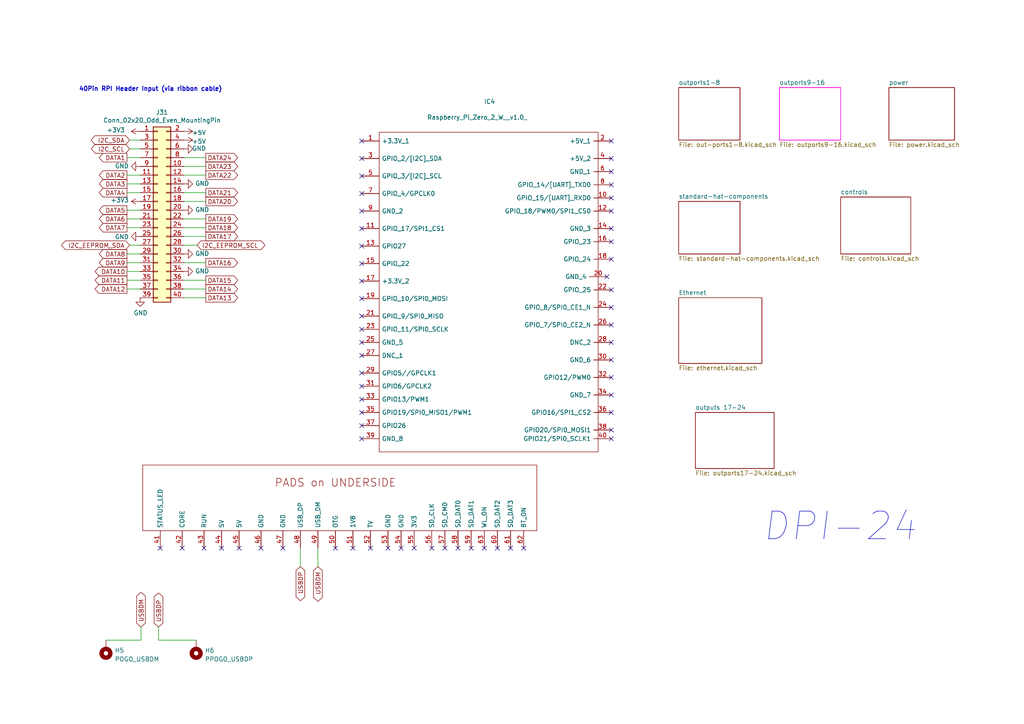
<source format=kicad_sch>
(kicad_sch (version 20211123) (generator eeschema)
  (paper "A4")
  (title_block (title "The Owl - RPI Cape 16ch Pixel Controller") (date "2022-04-04") (company "OnlineDynamic"))
  (lib_symbols
    (symbol "Connector_Generic:Conn_02x20_Odd_Even" (pin_names (offset 1.016) hide)
      (property "Reference" "J" (at 1.27 25.4 0))
      (property "Value" "Conn_02x20_Odd_Even" (at 1.27 -27.94 0))
      (symbol "Conn_02x20_Odd_Even_1_1"
        (rectangle (start -1.27 -25.273) (end 0 -25.527) (stroke (width 0.1524)))
        (rectangle (start -1.27 -22.733) (end 0 -22.987) (stroke (width 0.1524)))
        (rectangle (start -1.27 -20.193) (end 0 -20.447) (stroke (width 0.1524)))
        (rectangle (start -1.27 -17.653) (end 0 -17.907) (stroke (width 0.1524)))
        (rectangle (start -1.27 -15.113) (end 0 -15.367) (stroke (width 0.1524)))
        (rectangle (start -1.27 -12.573) (end 0 -12.827) (stroke (width 0.1524)))
        (rectangle (start -1.27 -10.033) (end 0 -10.287) (stroke (width 0.1524)))
        (rectangle (start -1.27 -7.493) (end 0 -7.747) (stroke (width 0.1524)))
        (rectangle (start -1.27 -4.953) (end 0 -5.207) (stroke (width 0.1524)))
        (rectangle (start -1.27 -2.413) (end 0 -2.667) (stroke (width 0.1524)))
        (rectangle (start -1.27 0.127) (end 0 -0.127) (stroke (width 0.1524)))
        (rectangle (start -1.27 2.667) (end 0 2.413) (stroke (width 0.1524)))
        (rectangle (start -1.27 5.207) (end 0 4.953) (stroke (width 0.1524)))
        (rectangle (start -1.27 7.747) (end 0 7.493) (stroke (width 0.1524)))
        (rectangle (start -1.27 10.287) (end 0 10.033) (stroke (width 0.1524)))
        (rectangle (start -1.27 12.827) (end 0 12.573) (stroke (width 0.1524)))
        (rectangle (start -1.27 15.367) (end 0 15.113) (stroke (width 0.1524)))
        (rectangle (start -1.27 17.907) (end 0 17.653) (stroke (width 0.1524)))
        (rectangle (start -1.27 20.447) (end 0 20.193) (stroke (width 0.1524)))
        (rectangle (start -1.27 22.987) (end 0 22.733) (stroke (width 0.1524)))
        (rectangle (start -1.27 24.13) (end 3.81 -26.67) (stroke (width 0.254)) (fill (type background)))
        (rectangle (start 3.81 -25.273) (end 2.54 -25.527) (stroke (width 0.1524)))
        (rectangle (start 3.81 -22.733) (end 2.54 -22.987) (stroke (width 0.1524)))
        (rectangle (start 3.81 -20.193) (end 2.54 -20.447) (stroke (width 0.1524)))
        (rectangle (start 3.81 -17.653) (end 2.54 -17.907) (stroke (width 0.1524)))
        (rectangle (start 3.81 -15.113) (end 2.54 -15.367) (stroke (width 0.1524)))
        (rectangle (start 3.81 -12.573) (end 2.54 -12.827) (stroke (width 0.1524)))
        (rectangle (start 3.81 -10.033) (end 2.54 -10.287) (stroke (width 0.1524)))
        (rectangle (start 3.81 -7.493) (end 2.54 -7.747) (stroke (width 0.1524)))
        (rectangle (start 3.81 -4.953) (end 2.54 -5.207) (stroke (width 0.1524)))
        (rectangle (start 3.81 -2.413) (end 2.54 -2.667) (stroke (width 0.1524)))
        (rectangle (start 3.81 0.127) (end 2.54 -0.127) (stroke (width 0.1524)))
        (rectangle (start 3.81 2.667) (end 2.54 2.413) (stroke (width 0.1524)))
        (rectangle (start 3.81 5.207) (end 2.54 4.953) (stroke (width 0.1524)))
        (rectangle (start 3.81 7.747) (end 2.54 7.493) (stroke (width 0.1524)))
        (rectangle (start 3.81 10.287) (end 2.54 10.033) (stroke (width 0.1524)))
        (rectangle (start 3.81 12.827) (end 2.54 12.573) (stroke (width 0.1524)))
        (rectangle (start 3.81 15.367) (end 2.54 15.113) (stroke (width 0.1524)))
        (rectangle (start 3.81 17.907) (end 2.54 17.653) (stroke (width 0.1524)))
        (rectangle (start 3.81 20.447) (end 2.54 20.193) (stroke (width 0.1524)))
        (rectangle (start 3.81 22.987) (end 2.54 22.733) (stroke (width 0.1524)))
        (pin passive line (at -5.08 22.86 0) (length 3.81) (name "Pin_1") (number "1"))
        (pin passive line (at 7.62 12.7 180) (length 3.81) (name "Pin_10") (number "10"))
        (pin passive line (at -5.08 10.16 0) (length 3.81) (name "Pin_11") (number "11"))
        (pin passive line (at 7.62 10.16 180) (length 3.81) (name "Pin_12") (number "12"))
        (pin passive line (at -5.08 7.62 0) (length 3.81) (name "Pin_13") (number "13"))
        (pin passive line (at 7.62 7.62 180) (length 3.81) (name "Pin_14") (number "14"))
        (pin passive line (at -5.08 5.08 0) (length 3.81) (name "Pin_15") (number "15"))
        (pin passive line (at 7.62 5.08 180) (length 3.81) (name "Pin_16") (number "16"))
        (pin passive line (at -5.08 2.54 0) (length 3.81) (name "Pin_17") (number "17"))
        (pin passive line (at 7.62 2.54 180) (length 3.81) (name "Pin_18") (number "18"))
        (pin passive line (at -5.08 0 0) (length 3.81) (name "Pin_19") (number "19"))
        (pin passive line (at 7.62 22.86 180) (length 3.81) (name "Pin_2") (number "2"))
        (pin passive line (at 7.62 0 180) (length 3.81) (name "Pin_20") (number "20"))
        (pin passive line (at -5.08 -2.54 0) (length 3.81) (name "Pin_21") (number "21"))
        (pin passive line (at 7.62 -2.54 180) (length 3.81) (name "Pin_22") (number "22"))
        (pin passive line (at -5.08 -5.08 0) (length 3.81) (name "Pin_23") (number "23"))
        (pin passive line (at 7.62 -5.08 180) (length 3.81) (name "Pin_24") (number "24"))
        (pin passive line (at -5.08 -7.62 0) (length 3.81) (name "Pin_25") (number "25"))
        (pin passive line (at 7.62 -7.62 180) (length 3.81) (name "Pin_26") (number "26"))
        (pin passive line (at -5.08 -10.16 0) (length 3.81) (name "Pin_27") (number "27"))
        (pin passive line (at 7.62 -10.16 180) (length 3.81) (name "Pin_28") (number "28"))
        (pin passive line (at -5.08 -12.7 0) (length 3.81) (name "Pin_29") (number "29"))
        (pin passive line (at -5.08 20.32 0) (length 3.81) (name "Pin_3") (number "3"))
        (pin passive line (at 7.62 -12.7 180) (length 3.81) (name "Pin_30") (number "30"))
        (pin passive line (at -5.08 -15.24 0) (length 3.81) (name "Pin_31") (number "31"))
        (pin passive line (at 7.62 -15.24 180) (length 3.81) (name "Pin_32") (number "32"))
        (pin passive line (at -5.08 -17.78 0) (length 3.81) (name "Pin_33") (number "33"))
        (pin passive line (at 7.62 -17.78 180) (length 3.81) (name "Pin_34") (number "34"))
        (pin passive line (at -5.08 -20.32 0) (length 3.81) (name "Pin_35") (number "35"))
        (pin passive line (at 7.62 -20.32 180) (length 3.81) (name "Pin_36") (number "36"))
        (pin passive line (at -5.08 -22.86 0) (length 3.81) (name "Pin_37") (number "37"))
        (pin passive line (at 7.62 -22.86 180) (length 3.81) (name "Pin_38") (number "38"))
        (pin passive line (at -5.08 -25.4 0) (length 3.81) (name "Pin_39") (number "39"))
        (pin passive line (at 7.62 20.32 180) (length 3.81) (name "Pin_4") (number "4"))
        (pin passive line (at 7.62 -25.4 180) (length 3.81) (name "Pin_40") (number "40"))
        (pin passive line (at -5.08 17.78 0) (length 3.81) (name "Pin_5") (number "5"))
        (pin passive line (at 7.62 17.78 180) (length 3.81) (name "Pin_6") (number "6"))
        (pin passive line (at -5.08 15.24 0) (length 3.81) (name "Pin_7") (number "7"))
        (pin passive line (at 7.62 15.24 180) (length 3.81) (name "Pin_8") (number "8"))
        (pin passive line (at -5.08 12.7 0) (length 3.81) (name "Pin_9") (number "9"))
      )
    )
    (symbol "Mechanical:MountingHole_Pad" (pin_numbers hide) (pin_names (offset 1.016) hide)
      (property "Reference" "H" (at 0 6.35 0))
      (property "Value" "MountingHole_Pad" (at 0 4.445 0))
      (symbol "MountingHole_Pad_0_1"
        (circle (center 0 1.27) (radius 1.27) (stroke (width 1.27)))
      )
      (symbol "MountingHole_Pad_1_1"
        (pin input line (at 0 -2.54 90) (length 2.54) (name "1") (number "1"))
      )
    )
    (symbol "Stuarts_BESPOKE:Raspberry_Pi_Zero_2_W__v1.0_" (pin_names (offset 0.762))
      (property "Reference" "IC" (at 22.86 7.62 0))
      (property "Value" "Raspberry_Pi_Zero_2_W__v1.0_" (at 22.86 5.08 0))
      (symbol "Raspberry_Pi_Zero_2_W__v1.0__0_0"
        (text "PADS on UNDERSIDE" (at -7.62 -99.06 0) (effects (font (size 2.27 2.27))))
        (pin passive line (at 0 0 0) (length 5.08) (name "+3.3V_1") (number "1"))
        (pin passive line (at 72.39 -16.51 180) (length 5.08) (name "GPIO_15/[UART]_RXD0") (number "10"))
        (pin passive line (at 0 -25.4 0) (length 5.08) (name "GPIO_17/SPI1_CS1") (number "11"))
        (pin passive line (at 72.39 -20.32 180) (length 5.08) (name "GPIO_18/PWM0/SPI1_CS0") (number "12"))
        (pin passive line (at 0 -30.48 0) (length 5.08) (name "GPIO27") (number "13"))
        (pin passive line (at 72.39 -25.4 180) (length 5.08) (name "GND_3") (number "14"))
        (pin passive line (at 0 -35.56 0) (length 5.08) (name "GPIO_22") (number "15"))
        (pin passive line (at 72.39 -29.21 180) (length 5.08) (name "GPIO_23") (number "16"))
        (pin passive line (at 0 -40.64 0) (length 5.08) (name "+3.3V_2") (number "17"))
        (pin passive line (at 72.39 -34.29 180) (length 5.08) (name "GPIO_24") (number "18"))
        (pin passive line (at 0 -45.72 0) (length 5.08) (name "GPIO_10/SPI0_MOSI") (number "19"))
        (pin passive line (at 72.39 0 180) (length 5.08) (name "+5V_1") (number "2"))
        (pin passive line (at 71.12 -39.37 180) (length 5.08) (name "GND_4") (number "20"))
        (pin passive line (at 0 -50.8 0) (length 5.08) (name "GPIO_9/SPI0_MISO") (number "21"))
        (pin passive line (at 72.39 -43.18 180) (length 5.08) (name "GPIO_25") (number "22"))
        (pin passive line (at 0 -54.61 0) (length 5.08) (name "GPIO_11/SPI0_SCLK") (number "23"))
        (pin passive line (at 72.39 -48.26 180) (length 5.08) (name "GPIO_8/SPI0_CE1_N") (number "24"))
        (pin passive line (at 0 -58.42 0) (length 5.08) (name "GND_5") (number "25"))
        (pin passive line (at 72.39 -53.34 180) (length 5.08) (name "GPIO_7/SPI0_CE2_N") (number "26"))
        (pin passive line (at 0 -62.23 0) (length 5.08) (name "DNC_1") (number "27"))
        (pin passive line (at 72.39 -58.42 180) (length 5.08) (name "DNC_2") (number "28"))
        (pin passive line (at 0 -67.31 0) (length 5.08) (name "GPIO5//GPCLK1") (number "29"))
        (pin passive line (at 0 -5.08 0) (length 5.08) (name "GPIO_2/[I2C]_SDA") (number "3"))
        (pin passive line (at 72.39 -63.5 180) (length 5.08) (name "GND_6") (number "30"))
        (pin passive line (at 0 -71.12 0) (length 5.08) (name "GPIO6/GPCLK2") (number "31"))
        (pin passive line (at 72.39 -68.58 180) (length 5.08) (name "GPIO12/PWM0") (number "32"))
        (pin passive line (at 0 -74.93 0) (length 5.08) (name "GPIO13/PWM1") (number "33"))
        (pin passive line (at 72.39 -73.66 180) (length 5.08) (name "GND_7") (number "34"))
        (pin passive line (at 0 -78.74 0) (length 5.08) (name "GPIO19/SPI0_MISO1/PWM1") (number "35"))
        (pin passive line (at 72.39 -78.74 180) (length 5.08) (name "GPIO16/SPI1_CS2") (number "36"))
        (pin passive line (at 0 -82.55 0) (length 5.08) (name "GPIO26") (number "37"))
        (pin passive line (at 72.39 -83.82 180) (length 5.08) (name "GPIO20/SPI0_MOSI1") (number "38"))
        (pin passive line (at 0 -86.36 0) (length 5.08) (name "GND_8") (number "39"))
        (pin passive line (at 72.39 -5.08 180) (length 5.08) (name "+5V_2") (number "4"))
        (pin passive line (at 72.39 -86.36 180) (length 5.08) (name "GPIO21/SPI0_SCLK1") (number "40"))
        (pin passive line (at -58.42 -118.11 90) (length 5.08) (name "STATUS_LED") (number "41"))
        (pin passive line (at -52.07 -118.11 90) (length 5.08) (name "CORE") (number "42"))
        (pin passive line (at -45.72 -118.11 90) (length 5.08) (name "RUN") (number "43"))
        (pin power_in line (at -40.64 -118.11 90) (length 5.08) (name "5V") (number "44"))
        (pin power_in line (at -35.56 -118.11 90) (length 5.08) (name "5V") (number "45"))
        (pin passive line (at -29.21 -118.11 90) (length 5.08) (name "GND") (number "46"))
        (pin passive line (at -22.86 -118.11 90) (length 5.08) (name "GND") (number "47"))
        (pin passive line (at -17.78 -118.11 90) (length 5.08) (name "USB_DP") (number "48"))
        (pin passive line (at -12.7 -118.11 90) (length 5.08) (name "USB_DM") (number "49"))
        (pin passive line (at 0 -10.16 0) (length 5.08) (name "GPIO_3/[I2C]_SCL") (number "5"))
        (pin passive line (at -7.62 -118.11 90) (length 5.08) (name "OTG") (number "50"))
        (pin power_out line (at -2.54 -118.11 90) (length 5.08) (name "1V8") (number "51"))
        (pin passive line (at 2.54 -118.11 90) (length 5.08) (name "TV") (number "52"))
        (pin passive line (at 7.62 -118.11 90) (length 5.08) (name "GND") (number "53"))
        (pin passive line (at 11.43 -118.11 90) (length 5.08) (name "GND") (number "54"))
        (pin power_out line (at 15.24 -118.11 90) (length 5.08) (name "3V3") (number "55"))
        (pin passive line (at 20.32 -118.11 90) (length 5.08) (name "SD_CLK") (number "56"))
        (pin passive line (at 24.13 -118.11 90) (length 5.08) (name "SD_CMD") (number "57"))
        (pin passive line (at 27.94 -118.11 90) (length 5.08) (name "SD_DAT0") (number "58"))
        (pin passive line (at 31.75 -118.11 90) (length 5.08) (name "SD_DAT1") (number "59"))
        (pin passive line (at 72.39 -8.89 180) (length 5.08) (name "GND_1") (number "6"))
        (pin passive line (at 39.37 -118.11 90) (length 5.08) (name "SD_DAT2") (number "60"))
        (pin passive line (at 43.18 -118.11 90) (length 5.08) (name "SD_DAT3") (number "61"))
        (pin passive line (at 46.99 -118.11 90) (length 5.08) (name "BT_ON") (number "62"))
        (pin passive line (at 35.56 -118.11 90) (length 5.08) (name "WL_ON") (number "63"))
        (pin passive line (at 0 -15.24 0) (length 5.08) (name "GPIO_4/GPCLK0") (number "7"))
        (pin passive line (at 72.39 -12.7 180) (length 5.08) (name "GPIO_14/[UART]_TXD0") (number "8"))
        (pin passive line (at 0 -20.32 0) (length 5.08) (name "GND_2") (number "9"))
      )
      (symbol "Raspberry_Pi_Zero_2_W__v1.0__0_1"
        (rectangle (start -63.5 -93.98) (end 50.8 -113.03) (stroke (width 0.1524)))
        (polyline (pts (xy 5.08 2.54) (xy 68.58 2.54) (xy 68.58 -90.17) (xy 5.08 -90.17) (xy 5.08 2.54)) (stroke (width 0.1524)))
      )
    )
    (symbol "power:+3.3V" (power) (pin_names (offset 0))
      (property "Value" "+3.3V" (at 0 3.556 0))
      (symbol "+3.3V_0_1"
        (polyline (pts (xy -0.762 1.27) (xy 0 2.54)))
        (polyline (pts (xy 0 0) (xy 0 2.54)))
        (polyline (pts (xy 0 2.54) (xy 0.762 1.27)))
      )
      (symbol "+3.3V_1_1"
        (pin power_in line (at 0 0 90) (length 0) hide (name "+3V3") (number "1"))
      )
    )
    (symbol "power:+3V3" (power) (pin_names (offset 0))
      (property "Value" "+3V3" (at 0 3.556 0))
      (symbol "+3V3_0_1"
        (polyline (pts (xy -0.762 1.27) (xy 0 2.54)))
        (polyline (pts (xy 0 0) (xy 0 2.54)))
        (polyline (pts (xy 0 2.54) (xy 0.762 1.27)))
      )
      (symbol "+3V3_1_1"
        (pin power_in line (at 0 0 90) (length 0) hide (name "+3V3") (number "1"))
      )
    )
    (symbol "power:+5V" (power) (pin_names (offset 0))
      (property "Value" "+5V" (at 0 3.556 0))
      (symbol "+5V_0_1"
        (polyline (pts (xy -0.762 1.27) (xy 0 2.54)))
        (polyline (pts (xy 0 0) (xy 0 2.54)))
        (polyline (pts (xy 0 2.54) (xy 0.762 1.27)))
      )
      (symbol "+5V_1_1"
        (pin power_in line (at 0 0 90) (length 0) hide (name "+5V") (number "1"))
      )
    )
    (symbol "power:GND" (power) (pin_names (offset 0))
      (property "Value" "GND" (at 0 -3.81 0))
      (symbol "GND_0_1"
        (polyline (pts (xy 0 0) (xy 0 -1.27) (xy 1.27 -1.27) (xy 0 -2.54) (xy -1.27 -1.27) (xy 0 -1.27)))
      )
      (symbol "GND_1_1"
        (pin power_in line (at 0 0 270) (length 0) hide (name "GND") (number "1"))
      )
    )
  )
  (no_connect (at 136.652 159.004))
  (no_connect (at 132.842 159.004))
  (no_connect (at 129.032 159.004))
  (no_connect (at 125.222 159.004))
  (no_connect (at 112.522 159.004))
  (no_connect (at 120.142 159.004))
  (no_connect (at 107.442 159.004))
  (no_connect (at 116.332 159.004))
  (no_connect (at 102.362 159.004))
  (no_connect (at 97.282 159.004))
  (no_connect (at 177.292 75.184))
  (no_connect (at 177.292 114.554))
  (no_connect (at 104.902 81.534))
  (no_connect (at 104.902 99.314))
  (no_connect (at 104.902 40.894))
  (no_connect (at 104.902 76.454))
  (no_connect (at 104.902 45.974))
  (no_connect (at 104.902 66.294))
  (no_connect (at 104.902 71.374))
  (no_connect (at 104.902 61.214))
  (no_connect (at 104.902 51.054))
  (no_connect (at 104.902 56.134))
  (no_connect (at 104.902 108.204))
  (no_connect (at 104.902 119.634))
  (no_connect (at 104.902 115.824))
  (no_connect (at 104.902 95.504))
  (no_connect (at 104.902 103.124))
  (no_connect (at 104.902 91.694))
  (no_connect (at 104.902 86.614))
  (no_connect (at 140.462 159.004))
  (no_connect (at 104.902 112.014))
  (no_connect (at 64.262 159.004))
  (no_connect (at 69.342 159.004))
  (no_connect (at 52.832 159.004))
  (no_connect (at 59.182 159.004))
  (no_connect (at 75.692 159.004))
  (no_connect (at 144.272 159.004))
  (no_connect (at 151.892 159.004))
  (no_connect (at 46.482 159.004))
  (no_connect (at 148.082 159.004))
  (no_connect (at 82.042 159.004))
  (no_connect (at 176.022 80.264))
  (no_connect (at 177.292 94.234))
  (no_connect (at 177.292 84.074))
  (no_connect (at 177.292 99.314))
  (no_connect (at 177.292 89.154))
  (no_connect (at 177.292 109.474))
  (no_connect (at 177.292 124.714))
  (no_connect (at 177.292 104.394))
  (no_connect (at 177.292 119.634))
  (no_connect (at 177.292 127.254))
  (no_connect (at 177.292 66.294))
  (no_connect (at 177.292 61.214))
  (no_connect (at 177.292 49.784))
  (no_connect (at 177.292 57.404))
  (no_connect (at 177.292 53.594))
  (no_connect (at 177.292 40.894))
  (no_connect (at 177.292 45.974))
  (no_connect (at 177.292 70.104))
  (no_connect (at 104.902 123.444))
  (no_connect (at 104.902 127.254))
  (wire (pts (xy 53.34 63.5) (xy 59.69 63.5)))
  (wire (pts (xy 53.34 81.28) (xy 59.69 81.28)))
  (wire (pts (xy 30.734 185.674) (xy 40.894 185.674)))
  (wire (pts (xy 53.34 83.82) (xy 59.69 83.82)))
  (wire (pts (xy 53.34 50.8) (xy 59.69 50.8)))
  (wire (pts (xy 36.83 76.2) (xy 40.64 76.2)))
  (wire (pts (xy 92.202 159.004) (xy 92.202 164.338)))
  (wire (pts (xy 53.34 68.58) (xy 59.69 68.58)))
  (wire (pts (xy 40.894 185.674) (xy 40.894 181.864)))
  (wire (pts (xy 37.592 40.64) (xy 40.64 40.64)))
  (wire (pts (xy 36.83 83.82) (xy 40.64 83.82)))
  (wire (pts (xy 53.34 58.42) (xy 59.69 58.42)))
  (wire (pts (xy 45.974 181.864) (xy 45.974 185.674)))
  (wire (pts (xy 36.83 55.88) (xy 40.64 55.88)))
  (wire (pts (xy 37.592 43.18) (xy 40.64 43.18)))
  (wire (pts (xy 59.69 76.2) (xy 53.34 76.2)))
  (wire (pts (xy 53.34 48.26) (xy 59.69 48.26)))
  (wire (pts (xy 87.122 159.004) (xy 87.122 164.338)))
  (wire (pts (xy 36.83 63.5) (xy 40.64 63.5)))
  (wire (pts (xy 56.896 185.674) (xy 45.974 185.674)))
  (wire (pts (xy 36.83 78.74) (xy 40.64 78.74)))
  (wire (pts (xy 53.34 45.72) (xy 59.69 45.72)))
  (wire (pts (xy 37.592 71.12) (xy 40.64 71.12)))
  (wire (pts (xy 53.34 71.12) (xy 57.15 71.12)))
  (wire (pts (xy 36.83 60.96) (xy 40.64 60.96)))
  (wire (pts (xy 40.64 66.04) (xy 36.83 66.04)))
  (wire (pts (xy 36.83 81.28) (xy 40.64 81.28)))
  (wire (pts (xy 53.34 86.36) (xy 59.69 86.36)))
  (wire (pts (xy 53.34 55.88) (xy 59.69 55.88)))
  (wire (pts (xy 36.83 50.8) (xy 40.64 50.8)))
  (wire (pts (xy 53.34 66.04) (xy 59.69 66.04)))
  (wire (pts (xy 36.83 45.72) (xy 40.64 45.72)))
  (wire (pts (xy 36.83 53.34) (xy 40.64 53.34)))
  (wire (pts (xy 36.83 73.66) (xy 40.64 73.66)))
  (text "DPI-24" (at 220.98 157.48 0) (effects (font (size 8.001 8.001) italic) (justify left bottom)))
  (text "40Pin RPI Header Input (via ribbon cable)" (at 22.86 26.67 0) (effects (font (size 1.27 1.27) (thickness 0.254) bold) (justify left bottom)))
  (global_label "DATA23" (shape output) (at 59.69 48.26 0) (property "Intersheet References" "${INTERSHEET_REFS}" (effects hide)))
  (global_label "DATA20" (shape output) (at 59.69 58.42 0) (property "Intersheet References" "${INTERSHEET_REFS}" (effects hide)))
  (global_label "I2C_SDA" (shape bidirectional) (at 37.592 40.64 180) (property "Intersheet References" "${INTERSHEET_REFS}" (effects hide)))
  (global_label "DATA24" (shape output) (at 59.69 45.72 0) (property "Intersheet References" "${INTERSHEET_REFS}" (effects hide)))
  (global_label "DATA4" (shape output) (at 36.83 55.88 180) (property "Intersheet References" "${INTERSHEET_REFS}" (effects hide)))
  (global_label "I2C_EEPROM_SDA" (shape bidirectional) (at 37.592 71.12 180) (property "Intersheet References" "${INTERSHEET_REFS}" (effects hide)))
  (global_label "DATA19" (shape output) (at 59.69 63.5 0) (property "Intersheet References" "${INTERSHEET_REFS}" (effects hide)))
  (global_label "DATA22" (shape output) (at 59.69 50.8 0) (property "Intersheet References" "${INTERSHEET_REFS}" (effects hide)))
  (global_label "USBDP" (shape bidirectional) (at 87.122 164.338 270) (property "Intersheet References" "${INTERSHEET_REFS}" (effects hide)))
  (global_label "DATA10" (shape output) (at 36.83 78.74 180) (property "Intersheet References" "${INTERSHEET_REFS}" (effects hide)))
  (global_label "DATA12" (shape output) (at 36.83 83.82 180) (property "Intersheet References" "${INTERSHEET_REFS}" (effects hide)))
  (global_label "USBDM" (shape bidirectional) (at 40.894 181.864 90) (property "Intersheet References" "${INTERSHEET_REFS}" (effects hide)))
  (global_label "I2C_SCL" (shape bidirectional) (at 37.592 43.18 180) (property "Intersheet References" "${INTERSHEET_REFS}" (effects hide)))
  (global_label "DATA7" (shape output) (at 36.83 66.04 180) (property "Intersheet References" "${INTERSHEET_REFS}" (effects hide)))
  (global_label "DATA2" (shape output) (at 36.83 50.8 180) (property "Intersheet References" "${INTERSHEET_REFS}" (effects hide)))
  (global_label "DATA17" (shape output) (at 59.69 68.58 0) (property "Intersheet References" "${INTERSHEET_REFS}" (effects hide)))
  (global_label "DATA5" (shape output) (at 36.83 60.96 180) (property "Intersheet References" "${INTERSHEET_REFS}" (effects hide)))
  (global_label "DATA13" (shape output) (at 59.69 86.36 0) (property "Intersheet References" "${INTERSHEET_REFS}" (effects hide)))
  (global_label "DATA15" (shape output) (at 59.69 81.28 0) (property "Intersheet References" "${INTERSHEET_REFS}" (effects hide)))
  (global_label "DATA8" (shape output) (at 36.83 73.66 180) (property "Intersheet References" "${INTERSHEET_REFS}" (effects hide)))
  (global_label "I2C_EEPROM_SCL" (shape bidirectional) (at 57.15 71.12 0) (property "Intersheet References" "${INTERSHEET_REFS}" (effects hide)))
  (global_label "DATA18" (shape output) (at 59.69 66.04 0) (property "Intersheet References" "${INTERSHEET_REFS}" (effects hide)))
  (global_label "DATA14" (shape output) (at 59.69 83.82 0) (property "Intersheet References" "${INTERSHEET_REFS}" (effects hide)))
  (global_label "DATA9" (shape output) (at 36.83 76.2 180) (property "Intersheet References" "${INTERSHEET_REFS}" (effects hide)))
  (global_label "USBDP" (shape bidirectional) (at 45.974 181.864 90) (property "Intersheet References" "${INTERSHEET_REFS}" (effects hide)))
  (global_label "DATA16" (shape output) (at 59.69 76.2 0) (property "Intersheet References" "${INTERSHEET_REFS}" (effects hide)))
  (global_label "DATA1" (shape output) (at 36.83 45.72 180) (property "Intersheet References" "${INTERSHEET_REFS}" (effects hide)))
  (global_label "DATA6" (shape output) (at 36.83 63.5 180) (property "Intersheet References" "${INTERSHEET_REFS}" (effects hide)))
  (global_label "DATA21" (shape output) (at 59.69 55.88 0) (property "Intersheet References" "${INTERSHEET_REFS}" (effects hide)))
  (global_label "USBDM" (shape bidirectional) (at 92.202 164.338 270) (property "Intersheet References" "${INTERSHEET_REFS}" (effects hide)))
  (global_label "DATA3" (shape output) (at 36.83 53.34 180) (property "Intersheet References" "${INTERSHEET_REFS}" (effects hide)))
  (global_label "DATA11" (shape output) (at 36.83 81.28 180) (property "Intersheet References" "${INTERSHEET_REFS}" (effects hide)))
  (symbol (lib_id "power:+3V3") (at 40.64 38.1 90) (unit 1)
    (property "Reference" "#PWR01" (effects hide))
    (property "Value" "+3V3" (at 36.2458 37.719 90) (effects (justify left)))
  )
  (symbol (lib_id "power:+5V") (at 53.34 38.1 270) (unit 1)
    (property "Reference" "#PWR06" (effects hide))
    (property "Value" "+5V" (at 57.7342 38.481 90))
  )
  (symbol (lib_id "power:GND") (at 53.34 43.18 90) (unit 1)
    (property "Reference" "#PWR08" (effects hide))
    (property "Value" "GND" (at 57.7342 43.053 90))
  )
  (symbol (lib_id "Connector_Generic:Conn_02x20_Odd_Even") (at 45.72 60.96 0) (unit 1)
    (property "Reference" "J31" (at 46.99 32.5882 0))
    (property "Value" "Conn_02x20_Odd_Even_MountingPin" (at 46.99 34.8996 0))
    (property "Footprint" "Connector_PinHeader_2.54mm:PinHeader_2x20_P2.54mm_Vertical" (effects hide))
  )
  (symbol (lib_id "power:GND") (at 40.64 48.26 270) (mirror x) (unit 1)
    (property "Reference" "#PWR02" (effects hide))
    (property "Value" "GND" (at 37.3888 48.133 90) (effects (justify right)))
  )
  (symbol (lib_id "power:GND") (at 53.34 53.34 90) (unit 1)
    (property "Reference" "#PWR09" (effects hide))
    (property "Value" "GND" (at 56.5912 53.213 90) (effects (justify right)))
  )
  (symbol (lib_id "power:GND") (at 53.34 60.96 90) (unit 1)
    (property "Reference" "#PWR010" (effects hide))
    (property "Value" "GND" (at 56.5912 60.833 90) (effects (justify right)))
  )
  (symbol (lib_id "power:GND") (at 53.34 78.74 90) (unit 1)
    (property "Reference" "#PWR012" (effects hide))
    (property "Value" "GND" (at 56.5912 78.613 90) (effects (justify right)))
  )
  (symbol (lib_id "power:GND") (at 53.34 73.66 90) (unit 1)
    (property "Reference" "#PWR011" (effects hide))
    (property "Value" "GND" (at 56.5912 73.533 90) (effects (justify right)))
  )
  (symbol (lib_id "power:GND") (at 40.64 86.36 0) (unit 1)
    (property "Reference" "#PWR05" (effects hide))
    (property "Value" "GND" (at 40.767 90.7542 0))
  )
  (symbol (lib_id "power:GND") (at 40.64 68.58 270) (unit 1)
    (property "Reference" "#PWR04" (effects hide))
    (property "Value" "GND" (at 37.3888 68.707 90) (effects (justify right)))
  )
  (symbol (lib_id "power:+3.3V") (at 40.64 58.42 90) (unit 1)
    (property "Reference" "#PWR03" (effects hide))
    (property "Value" "+3.3V" (at 37.3888 58.039 90) (effects (justify left)))
  )
  (symbol (lib_id "power:+5V") (at 53.34 40.64 270) (unit 1)
    (property "Reference" "#PWR07" (effects hide))
    (property "Value" "+5V" (at 57.7342 41.021 90))
  )
  (symbol (lib_id "Mechanical:MountingHole_Pad") (at 56.896 188.214 180) (unit 1)
    (property "Reference" "H6" (at 59.436 188.6493 0) (effects (justify right)))
    (property "Value" "PPOGO_USBDP" (at 59.436 191.1862 0) (effects (justify right)))
    (property "Footprint" "Stuart_BESPOKE:POGO_D3.50mm_Drill0.9mm" (effects hide))
  )
  (symbol (lib_id "Stuarts_BESPOKE:Raspberry_Pi_Zero_2_W__v1.0_") (at 104.902 40.894 0) (unit 1)
    (property "Reference" "IC4" (at 141.986 29.464 0))
    (property "Value" "Raspberry_Pi_Zero_2_W__v1.0_" (at 138.43 34.036 0))
    (property "Footprint" "Stuart_BESPOKE:RASPBERRYPIZERO2WV1" (effects hide))
    (property "Datasheet" "https://cdn.sparkfun.com/assets/learn_tutorials/6/7/6/PiZero_1.pdf" (effects hide))
    (property "Description" "Raspberry Pi Zero 2 W (v1.0) Single-board Computers" (effects hide))
    (property "Manufacturer_Name" "RASPBERRY-PI" (effects hide))
    (property "Manufacturer_Part_Number" "Raspberry Pi Zero 2 W (v1.0)" (effects hide))
  )
  (symbol (lib_id "Mechanical:MountingHole_Pad") (at 30.734 188.214 180) (unit 1)
    (property "Reference" "H5" (at 33.274 188.6493 0) (effects (justify right)))
    (property "Value" "POGO_USBDM" (at 33.274 191.1862 0) (effects (justify right)))
    (property "Footprint" "Stuart_BESPOKE:POGO_D3.50mm_Drill0.9mm" (effects hide))
  )
  (sheet (at 196.85 58.42) (size 17.78 15.24)
    (property "Sheet name" "standard-hat-components" (at 196.85 57.7084 0) (effects (justify left bottom)))
    (property "Sheet file" "standard-hat-components.kicad_sch" (at 196.85 74.2446 0) (effects (justify left top)))
  )
  (sheet (at 257.81 25.4) (size 19.05 15.24)
    (property "Sheet name" "power" (at 257.81 24.6884 0) (effects (justify left bottom)))
    (property "Sheet file" "power.kicad_sch" (at 257.81 41.2246 0) (effects (justify left top)))
  )
  (sheet (at 196.85 25.4) (size 17.78 15.24)
    (property "Sheet name" "outports1-8" (at 196.85 24.6884 0) (effects (justify left bottom)))
    (property "Sheet file" "out-ports1-8.kicad_sch" (at 196.85 41.2246 0) (effects (justify left top)))
  )
  (sheet (at 226.06 25.4) (size 17.78 15.24) (stroke (width 0) (color 255 0 233 1))
    (property "Sheet name" "outports9-16" (at 226.06 24.6884 0) (effects (justify left bottom)))
    (property "Sheet file" "outports9-16.kicad_sch" (at 226.06 41.2246 0) (effects (justify left top)))
  )
  (sheet (at 243.84 57.15) (size 20.32 16.51) (stroke (width 0.1524))
    (property "Sheet name" "controls" (at 243.84 56.4384 0) (effects (justify left bottom)))
    (property "Sheet file" "controls.kicad_sch" (at 243.84 74.2446 0) (effects (justify left top)))
  )
  (sheet (at 201.676 119.634) (size 22.86 16.256) (stroke (width 0.1524))
    (property "Sheet name" "outputs 17-24" (at 201.676 118.9224 0) (effects (justify left bottom)))
    (property "Sheet file" "outports17-24.kicad_sch" (at 201.676 136.4746 0) (effects (justify left top)))
  )
  (sheet (at 196.85 86.36) (size 24.13 19.05) (stroke (width 0.1524))
    (property "Sheet name" "Ethernet" (at 196.85 85.6484 0) (effects (justify left bottom)))
    (property "Sheet file" "ethernet.kicad_sch" (at 196.85 105.9946 0) (effects (justify left top)))
  )
)
</source>
